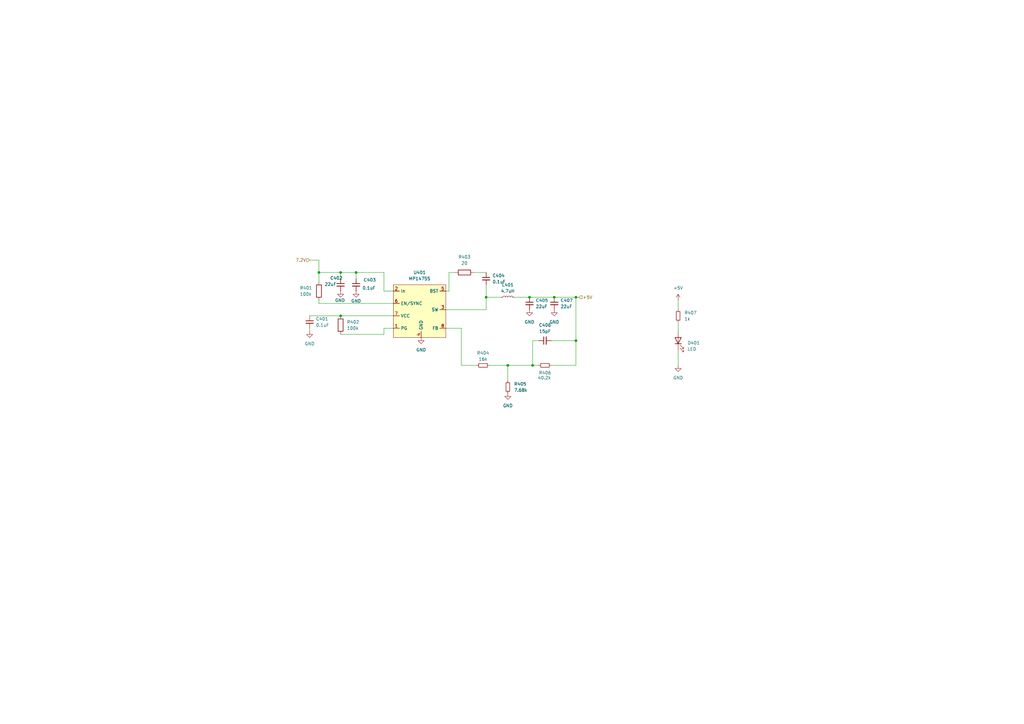
<source format=kicad_sch>
(kicad_sch (version 20231120) (generator "eeschema") (generator_version "8.0")
  (paper "A3")
  (lib_symbols
    (symbol "Device:C_Small" (pin_numbers hide) (pin_names (offset 0.254) hide)
      (property "Reference" "C" (at 0.254 1.778 0))
      (property "Value" "C_Small" (at 0.254 -2.032 0))
      (symbol "C_Small_0_1"
        (polyline (pts (xy -1.524 -0.508) (xy 1.524 -0.508)) (stroke (width 0.3302)))
        (polyline (pts (xy -1.524 0.508) (xy 1.524 0.508)) (stroke (width 0.3048)))
      )
      (symbol "C_Small_1_1"
        (pin passive line (at 0 2.54 270) (length 2.032) (name "~") (number "1"))
        (pin passive line (at 0 -2.54 90) (length 2.032) (name "~") (number "2"))
      )
    )
    (symbol "Device:LED" (pin_numbers hide) (pin_names (offset 1.016) hide)
      (property "Reference" "D" (at 0 2.54 0))
      (property "Value" "LED" (at 0 -2.54 0))
      (symbol "LED_0_1"
        (polyline (pts (xy -1.27 -1.27) (xy -1.27 1.27)) (stroke (width 0.254)))
        (polyline (pts (xy -1.27 0) (xy 1.27 0)))
        (polyline (pts (xy 1.27 -1.27) (xy 1.27 1.27) (xy -1.27 0) (xy 1.27 -1.27)) (stroke (width 0.254)))
        (polyline (pts (xy -3.048 -0.762) (xy -4.572 -2.286) (xy -3.81 -2.286) (xy -4.572 -2.286) (xy -4.572 -1.524)))
        (polyline (pts (xy -1.778 -0.762) (xy -3.302 -2.286) (xy -2.54 -2.286) (xy -3.302 -2.286) (xy -3.302 -1.524)))
      )
      (symbol "LED_1_1"
        (pin passive line (at -3.81 0 0) (length 2.54) (name "K") (number "1"))
        (pin passive line (at 3.81 0 180) (length 2.54) (name "A") (number "2"))
      )
    )
    (symbol "Device:L_Small" (pin_numbers hide) (pin_names (offset 0.254) hide)
      (property "Reference" "L" (at 0.762 1.016 0))
      (property "Value" "L_Small" (at 0.762 -1.016 0))
      (symbol "L_Small_0_1"
        (arc (start 0 -2.032) (mid 0.5058 -1.524) (end 0 -1.016))
        (arc (start 0 -1.016) (mid 0.5058 -0.508) (end 0 0))
        (arc (start 0 0) (mid 0.5058 0.508) (end 0 1.016))
        (arc (start 0 1.016) (mid 0.5058 1.524) (end 0 2.032))
      )
      (symbol "L_Small_1_1"
        (pin passive line (at 0 2.54 270) (length 0.508) (name "~") (number "1"))
        (pin passive line (at 0 -2.54 90) (length 0.508) (name "~") (number "2"))
      )
    )
    (symbol "Device:R" (pin_numbers hide) (pin_names (offset 0))
      (property "Reference" "R" (at 2.032 0 90))
      (property "Value" "R" (at 0 0 90))
      (symbol "R_0_1"
        (rectangle (start -1.016 -2.54) (end 1.016 2.54) (stroke (width 0.254)))
      )
      (symbol "R_1_1"
        (pin passive line (at 0 3.81 270) (length 1.27) (name "~") (number "1"))
        (pin passive line (at 0 -3.81 90) (length 1.27) (name "~") (number "2"))
      )
    )
    (symbol "Device:R_Small" (pin_numbers hide) (pin_names (offset 0.254) hide)
      (property "Reference" "R" (at 0.762 0.508 0))
      (property "Value" "R_Small" (at 0.762 -1.016 0))
      (symbol "R_Small_0_1"
        (rectangle (start -0.762 1.778) (end 0.762 -1.778) (stroke (width 0.2032)))
      )
      (symbol "R_Small_1_1"
        (pin passive line (at 0 2.54 270) (length 0.762) (name "~") (number "1"))
        (pin passive line (at 0 -2.54 90) (length 0.762) (name "~") (number "2"))
      )
    )
    (symbol "GND_2" (power) (pin_numbers hide) (pin_names (offset 0) hide)
      (property "Value" "GND" (at 0 -3.81 0))
      (symbol "GND_2_0_1"
        (polyline (pts (xy 0 0) (xy 0 -1.27) (xy 1.27 -1.27) (xy 0 -2.54) (xy -1.27 -1.27) (xy 0 -1.27)))
      )
      (symbol "GND_2_1_1"
        (pin power_in line (at 0 0 270) (length 0) (name "~") (number "1"))
      )
    )
    (symbol "GND_3" (power) (pin_numbers hide) (pin_names (offset 0) hide)
      (property "Value" "GND" (at 0 -3.81 0))
      (symbol "GND_3_0_1"
        (polyline (pts (xy 0 0) (xy 0 -1.27) (xy 1.27 -1.27) (xy 0 -2.54) (xy -1.27 -1.27) (xy 0 -1.27)))
      )
      (symbol "GND_3_1_1"
        (pin power_in line (at 0 0 270) (length 0) (name "~") (number "1"))
      )
    )
    (symbol "GND_4" (power) (pin_numbers hide) (pin_names (offset 0) hide)
      (property "Value" "GND" (at 0 -3.81 0))
      (symbol "GND_4_0_1"
        (polyline (pts (xy 0 0) (xy 0 -1.27) (xy 1.27 -1.27) (xy 0 -2.54) (xy -1.27 -1.27) (xy 0 -1.27)))
      )
      (symbol "GND_4_1_1"
        (pin power_in line (at 0 0 270) (length 0) (name "~") (number "1"))
      )
    )
    (symbol "GND_5" (power) (pin_numbers hide) (pin_names (offset 0) hide)
      (property "Value" "GND" (at 0 -3.81 0))
      (symbol "GND_5_0_1"
        (polyline (pts (xy 0 0) (xy 0 -1.27) (xy 1.27 -1.27) (xy 0 -2.54) (xy -1.27 -1.27) (xy 0 -1.27)))
      )
      (symbol "GND_5_1_1"
        (pin power_in line (at 0 0 270) (length 0) (name "~") (number "1"))
      )
    )
    (symbol "GND_6" (power) (pin_numbers hide) (pin_names (offset 0) hide)
      (property "Value" "GND" (at 0 -3.81 0))
      (symbol "GND_6_0_1"
        (polyline (pts (xy 0 0) (xy 0 -1.27) (xy 1.27 -1.27) (xy 0 -2.54) (xy -1.27 -1.27) (xy 0 -1.27)))
      )
      (symbol "GND_6_1_1"
        (pin power_in line (at 0 0 270) (length 0) (name "~") (number "1"))
      )
    )
    (symbol "GND_7" (power) (pin_numbers hide) (pin_names (offset 0) hide)
      (property "Value" "GND" (at 0 -3.81 0))
      (symbol "GND_7_0_1"
        (polyline (pts (xy 0 0) (xy 0 -1.27) (xy 1.27 -1.27) (xy 0 -2.54) (xy -1.27 -1.27) (xy 0 -1.27)))
      )
      (symbol "GND_7_1_1"
        (pin power_in line (at 0 0 270) (length 0) (name "~") (number "1"))
      )
    )
    (symbol "GND_8" (power) (pin_numbers hide) (pin_names (offset 0) hide)
      (property "Value" "GND" (at 0 -3.81 0))
      (symbol "GND_8_0_1"
        (polyline (pts (xy 0 0) (xy 0 -1.27) (xy 1.27 -1.27) (xy 0 -2.54) (xy -1.27 -1.27) (xy 0 -1.27)))
      )
      (symbol "GND_8_1_1"
        (pin power_in line (at 0 0 270) (length 0) (name "~") (number "1"))
      )
    )
    (symbol "MP1475S:MP1475S"
      (property "Reference" "U?" (at -1.905 3.81 0))
      (property "Value" "MP1475S" (at -1.905 1.27 0))
      (symbol "MP1475S_1_1"
        (rectangle (start -12.7 -1.27) (end 8.89 -22.86) (fill (type background)))
        (pin passive line (at -12.7 -19.05 0) (length 2.54) (name "PG") (number "1"))
        (pin passive line (at -12.7 -3.81 0) (length 2.54) (name "In") (number "2"))
        (pin passive line (at 8.89 -11.43 180) (length 2.54) (name "SW") (number "3"))
        (pin passive line (at -1.27 -22.86 90) (length 2.54) (name "GND") (number "4"))
        (pin passive line (at 8.89 -3.81 180) (length 2.54) (name "BST") (number "5"))
        (pin passive line (at -12.7 -8.89 0) (length 2.54) (name "EN/SYNC") (number "6"))
        (pin passive line (at -12.7 -13.97 0) (length 2.54) (name "VCC") (number "7"))
        (pin passive line (at 8.89 -19.05 180) (length 2.54) (name "FB") (number "8"))
      )
    )
    (symbol "power:+5V" (power) (pin_numbers hide) (pin_names (offset 0) hide)
      (property "Value" "+5V" (at 0 3.556 0))
      (symbol "+5V_0_1"
        (polyline (pts (xy -0.762 1.27) (xy 0 2.54)))
        (polyline (pts (xy 0 0) (xy 0 2.54)))
        (polyline (pts (xy 0 2.54) (xy 0.762 1.27)))
      )
      (symbol "+5V_1_1"
        (pin power_in line (at 0 0 90) (length 0) (name "~") (number "1"))
      )
    )
    (symbol "power:GND" (power) (pin_names (offset 0))
      (property "Value" "GND" (at 0 -3.81 0))
      (symbol "GND_0_1"
        (polyline (pts (xy 0 0) (xy 0 -1.27) (xy 1.27 -1.27) (xy 0 -2.54) (xy -1.27 -1.27) (xy 0 -1.27)))
      )
      (symbol "GND_1_1"
        (pin power_in line (at 0 0 270) (length 0) hide (name "GND") (number "1"))
      )
    )
  )
  (junction (at 130.81 111.76))
  (junction (at 218.44 149.86))
  (junction (at 217.17 121.92))
  (junction (at 227.33 121.92))
  (junction (at 236.22 139.7))
  (junction (at 236.22 121.92))
  (junction (at 199.39 121.92))
  (junction (at 139.7 111.76))
  (junction (at 139.7 129.54))
  (junction (at 146.05 111.76))
  (junction (at 208.28 149.86))
  (wire (pts (xy 220.98 139.7) (xy 218.44 139.7)))
  (wire (pts (xy 139.7 111.76) (xy 139.7 114.3)))
  (wire (pts (xy 218.44 139.7) (xy 218.44 149.86)))
  (wire (pts (xy 200.66 149.86) (xy 208.28 149.86)))
  (wire (pts (xy 278.13 132.08) (xy 278.13 135.89)))
  (wire (pts (xy 157.48 137.16) (xy 139.7 137.16)))
  (wire (pts (xy 130.81 106.68) (xy 130.81 111.76)))
  (wire (pts (xy 182.88 127) (xy 199.39 127)))
  (wire (pts (xy 157.48 111.76) (xy 146.05 111.76)))
  (wire (pts (xy 139.7 111.76) (xy 146.05 111.76)))
  (wire (pts (xy 182.88 119.38) (xy 184.15 119.38)))
  (wire (pts (xy 236.22 121.92) (xy 237.49 121.92)))
  (wire (pts (xy 157.48 119.38) (xy 157.48 111.76)))
  (wire (pts (xy 227.33 121.92) (xy 236.22 121.92)))
  (wire (pts (xy 278.13 123.19) (xy 278.13 127)))
  (wire (pts (xy 226.06 149.86) (xy 236.22 149.86)))
  (wire (pts (xy 127 129.54) (xy 139.7 129.54)))
  (wire (pts (xy 161.29 134.62) (xy 157.48 134.62)))
  (wire (pts (xy 184.15 111.76) (xy 186.69 111.76)))
  (wire (pts (xy 189.23 134.62) (xy 182.88 134.62)))
  (wire (pts (xy 130.81 111.76) (xy 139.7 111.76)))
  (wire (pts (xy 130.81 111.76) (xy 130.81 115.57)))
  (wire (pts (xy 217.17 121.92) (xy 227.33 121.92)))
  (wire (pts (xy 278.13 149.86) (xy 278.13 143.51)))
  (wire (pts (xy 127 134.62) (xy 127 135.89)))
  (wire (pts (xy 208.28 149.86) (xy 208.28 156.21)))
  (wire (pts (xy 146.05 111.76) (xy 146.05 114.3)))
  (wire (pts (xy 199.39 121.92) (xy 199.39 127)))
  (wire (pts (xy 184.15 119.38) (xy 184.15 111.76)))
  (wire (pts (xy 210.82 121.92) (xy 217.17 121.92)))
  (wire (pts (xy 236.22 149.86) (xy 236.22 139.7)))
  (wire (pts (xy 199.39 116.84) (xy 199.39 121.92)))
  (wire (pts (xy 139.7 129.54) (xy 161.29 129.54)))
  (wire (pts (xy 130.81 124.46) (xy 130.81 123.19)))
  (wire (pts (xy 161.29 124.46) (xy 130.81 124.46)))
  (wire (pts (xy 127 106.68) (xy 130.81 106.68)))
  (wire (pts (xy 157.48 134.62) (xy 157.48 137.16)))
  (wire (pts (xy 161.29 119.38) (xy 157.48 119.38)))
  (wire (pts (xy 194.31 111.76) (xy 199.39 111.76)))
  (wire (pts (xy 218.44 149.86) (xy 208.28 149.86)))
  (wire (pts (xy 199.39 121.92) (xy 205.74 121.92)))
  (wire (pts (xy 236.22 121.92) (xy 236.22 139.7)))
  (wire (pts (xy 195.58 149.86) (xy 189.23 149.86)))
  (wire (pts (xy 189.23 149.86) (xy 189.23 134.62)))
  (wire (pts (xy 218.44 149.86) (xy 220.98 149.86)))
  (wire (pts (xy 236.22 139.7) (xy 226.06 139.7)))
  (hierarchical_label "+5V" (shape input) (at 237.49 121.92 0))
  (hierarchical_label "7.2V" (shape input) (at 127 106.68 180))
  (symbol (lib_id "Device:R_Small") (at 198.12 149.86 90) (unit 1)
    (property "Reference" "R404" (at 198.12 144.78 90))
    (property "Value" "16k" (at 198.12 147.32 90))
    (property "Description" "Resistor, small symbol" (effects (hide yes)))
  )
  (symbol (lib_id "Device:R") (at 139.7 133.35 0) (unit 1)
    (property "Reference" "R402" (at 142.24 132.0799 0) (effects (justify left)))
    (property "Value" "100k" (at 142.24 134.6199 0) (effects (justify left)))
    (property "Description" "Resistor" (effects (hide yes)))
  )
  (symbol (lib_id "Device:C_Small") (at 227.33 124.46 0) (unit 1)
    (property "Reference" "C407" (at 229.87 123.1962 0) (effects (justify left)))
    (property "Value" "22uF" (at 229.87 125.7362 0) (effects (justify left)))
    (property "Description" "Unpolarized capacitor, small symbol" (effects (hide yes)))
  )
  (symbol (lib_name "GND_7") (lib_id "power:GND") (at 208.28 161.29 0) (unit 1)
    (property "Reference" "#PWR0407" (effects (hide yes)))
    (property "Value" "GND" (at 208.28 166.37 0))
    (property "Description" "Power symbol creates a global label with name \"GND\" , ground" (effects (hide yes)))
  )
  (symbol (lib_id "MP1475S:MP1475S") (at 173.99 115.57 0) (unit 1)
    (property "Reference" "U401" (at 172.085 111.76 0))
    (property "Value" "MP1475S" (at 172.085 114.3 0))
    (property "Footprint" "Package_TO_SOT_SMD:TSOT-23-8" (effects (hide yes)))
  )
  (symbol (lib_id "Device:R") (at 190.5 111.76 90) (unit 1)
    (property "Reference" "R403" (at 190.5 105.41 90))
    (property "Value" "20" (at 190.5 107.95 90))
    (property "Description" "Resistor" (effects (hide yes)))
  )
  (symbol (lib_id "power:GND") (at 278.13 149.86 0) (unit 1)
    (property "Reference" "#PWR0402" (effects (hide yes)))
    (property "Value" "GND" (at 278.13 154.94 0))
  )
  (symbol (lib_id "Device:R") (at 130.81 119.38 0) (unit 1)
    (property "Reference" "R401" (at 122.936 118.11 0) (effects (justify left)))
    (property "Value" "100k" (at 122.936 120.65 0) (effects (justify left)))
    (property "Description" "Resistor" (effects (hide yes)))
  )
  (symbol (lib_id "Device:C_Small") (at 199.39 114.3 0) (unit 1)
    (property "Reference" "C404" (at 201.93 113.0362 0) (effects (justify left)))
    (property "Value" "0.1uF" (at 201.93 115.5762 0) (effects (justify left)))
    (property "Description" "Unpolarized capacitor, small symbol" (effects (hide yes)))
  )
  (symbol (lib_name "GND_3") (lib_id "power:GND") (at 146.05 119.38 0) (unit 1)
    (property "Reference" "#PWR0404" (effects (hide yes)))
    (property "Value" "GND" (at 146.05 123.444 0))
    (property "Description" "Power symbol creates a global label with name \"GND\" , ground" (effects (hide yes)))
  )
  (symbol (lib_id "Device:L_Small") (at 208.28 121.92 90) (unit 1)
    (property "Reference" "L401" (at 208.28 116.84 90))
    (property "Value" "4.7uH" (at 208.28 119.38 90))
    (property "Description" "Inductor, small symbol" (effects (hide yes)))
  )
  (symbol (lib_name "GND_4") (lib_id "power:GND") (at 127 135.89 0) (unit 1)
    (property "Reference" "#PWR0405" (effects (hide yes)))
    (property "Value" "GND" (at 127 140.97 0))
    (property "Description" "Power symbol creates a global label with name \"GND\" , ground" (effects (hide yes)))
  )
  (symbol (lib_name "GND_6") (lib_id "power:GND") (at 227.33 127 0) (unit 1)
    (property "Reference" "#PWR0409" (effects (hide yes)))
    (property "Value" "GND" (at 227.33 132.08 0))
    (property "Description" "Power symbol creates a global label with name \"GND\" , ground" (effects (hide yes)))
  )
  (symbol (lib_id "Device:R_Small") (at 278.13 129.54 0) (unit 1)
    (property "Reference" "R407" (at 280.67 128.2699 0) (effects (justify left)))
    (property "Value" "1k" (at 280.67 130.8099 0) (effects (justify left)))
    (property "Footprint" "Resistor_SMD:R_0402_1005Metric" (effects (hide yes)))
  )
  (symbol (lib_id "power:+5V") (at 278.13 123.19 0) (unit 1)
    (property "Reference" "#PWR0401" (effects (hide yes)))
    (property "Value" "+5V" (at 278.13 118.11 0))
    (property "Description" "Power symbol creates a global label with name \"+5V\"" (effects (hide yes)))
  )
  (symbol (lib_id "Device:C_Small") (at 139.7 116.84 0) (unit 1)
    (property "Reference" "C402" (at 135.382 114.046 0) (effects (justify left)))
    (property "Value" "22uF" (at 133.096 116.586 0) (effects (justify left)))
    (property "Description" "Unpolarized capacitor, small symbol" (effects (hide yes)))
  )
  (symbol (lib_id "Device:C_Small") (at 127 132.08 0) (unit 1)
    (property "Reference" "C401" (at 129.54 130.8162 0) (effects (justify left)))
    (property "Value" "0.1uF" (at 129.54 133.3562 0) (effects (justify left)))
    (property "Description" "Unpolarized capacitor, small symbol" (effects (hide yes)))
  )
  (symbol (lib_id "Device:R_Small") (at 208.28 158.75 0) (unit 1)
    (property "Reference" "R405" (at 210.82 157.4799 0) (effects (justify left)))
    (property "Value" "7.68k" (at 210.82 160.0199 0) (effects (justify left)))
    (property "Description" "Resistor, small symbol" (effects (hide yes)))
  )
  (symbol (lib_name "GND_5") (lib_id "power:GND") (at 217.17 127 0) (unit 1)
    (property "Reference" "#PWR0408" (effects (hide yes)))
    (property "Value" "GND" (at 217.17 132.08 0))
    (property "Description" "Power symbol creates a global label with name \"GND\" , ground" (effects (hide yes)))
  )
  (symbol (lib_id "Device:C_Small") (at 217.17 124.46 0) (unit 1)
    (property "Reference" "C405" (at 219.71 123.1962 0) (effects (justify left)))
    (property "Value" "22uF" (at 219.71 125.7362 0) (effects (justify left)))
    (property "Description" "Unpolarized capacitor, small symbol" (effects (hide yes)))
  )
  (symbol (lib_id "Device:R_Small") (at 223.52 149.86 90) (unit 1)
    (property "Reference" "R406" (at 223.52 152.908 90))
    (property "Value" "40.2k" (at 223.266 154.94 90))
    (property "Description" "Resistor, small symbol" (effects (hide yes)))
  )
  (symbol (lib_name "GND_8") (lib_id "power:GND") (at 172.72 138.43 0) (unit 1)
    (property "Reference" "#PWR0406" (effects (hide yes)))
    (property "Value" "GND" (at 172.72 143.51 0))
    (property "Description" "Power symbol creates a global label with name \"GND\" , ground" (effects (hide yes)))
  )
  (symbol (lib_id "Device:C_Small") (at 223.52 139.7 90) (unit 1)
    (property "Reference" "C406" (at 223.5263 133.35 90))
    (property "Value" "15pF" (at 223.5263 135.89 90))
    (property "Description" "Unpolarized capacitor, small symbol" (effects (hide yes)))
  )
  (symbol (lib_id "Device:LED") (at 278.13 139.7 90) (unit 1)
    (property "Reference" "D401" (at 281.94 140.6525 90) (effects (justify right)))
    (property "Value" "LED" (at 281.94 143.1925 90) (effects (justify right)))
    (property "Footprint" "LED_SMD:LED_0603_1608Metric" (effects (hide yes)))
  )
  (symbol (lib_id "Device:C_Small") (at 146.05 116.84 0) (unit 1)
    (property "Reference" "C403" (at 149.098 114.808 0) (effects (justify left)))
    (property "Value" "0.1uF" (at 148.59 118.1162 0) (effects (justify left)))
    (property "Description" "Unpolarized capacitor, small symbol" (effects (hide yes)))
    (property "Vmax" "25V" (effects (hide yes)))
  )
  (symbol (lib_name "GND_2") (lib_id "power:GND") (at 139.7 119.38 0) (unit 1)
    (property "Reference" "#PWR0403" (effects (hide yes)))
    (property "Value" "GND" (at 139.446 123.19 0))
    (property "Description" "Power symbol creates a global label with name \"GND\" , ground" (effects (hide yes)))
  )
)
</source>
